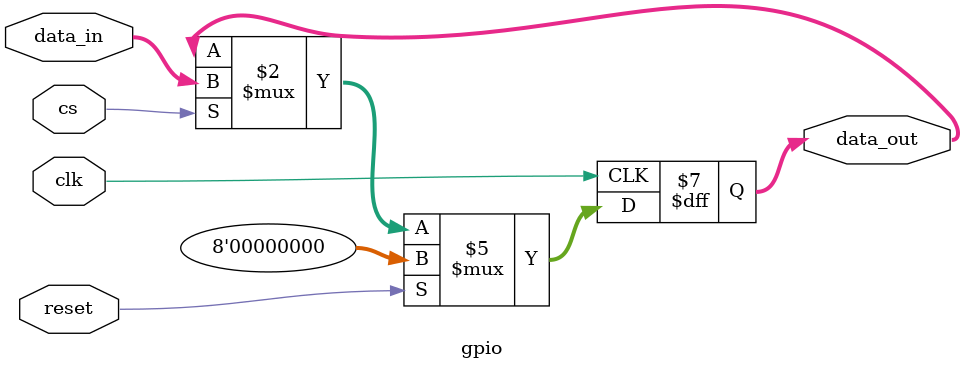
<source format=v>
/* Copyright (c) 2018 Upi Tamminen, All rights reserved.
 * See the LICENSE file for more information */

module gpio #(parameter NUM_PINS = 8) (
    input wire clk,
    input wire reset,
    input wire cs,
    input wire [NUM_PINS-1:0] data_in,
    output reg [NUM_PINS-1:0] data_out
);

always @(posedge clk) begin
    if (reset) begin
        data_out <= 8'h00;
    end
    else if (cs) begin
        data_out <= data_in;
    end
end

endmodule

</source>
